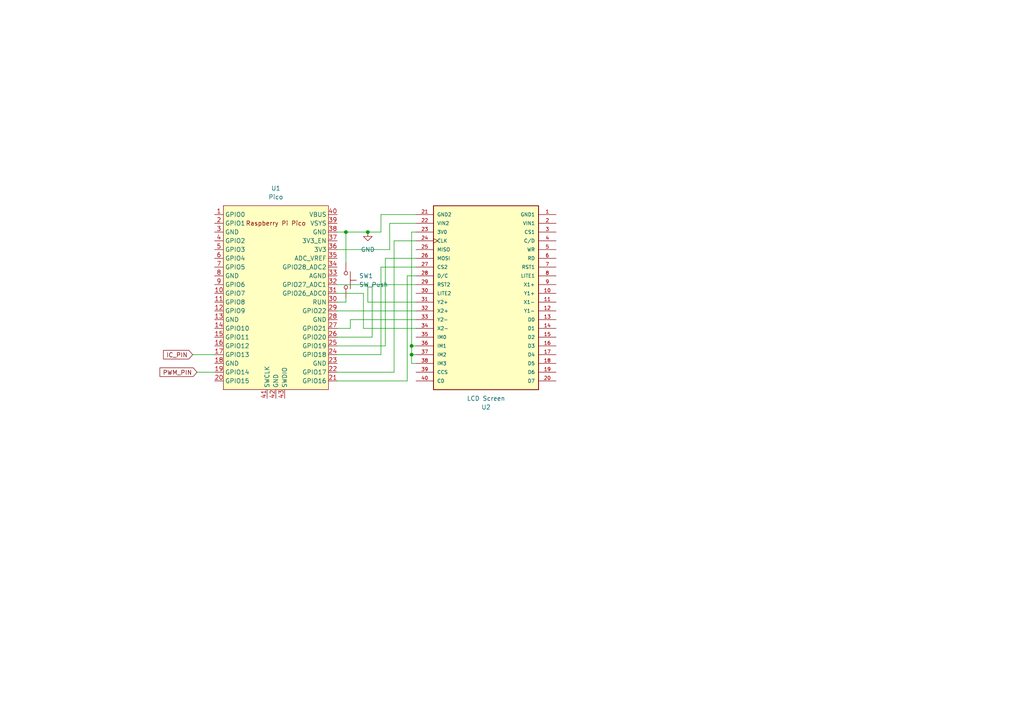
<source format=kicad_sch>
(kicad_sch (version 20230121) (generator eeschema)
  (paper "A4")
  (lib_symbols
    (symbol "2478:2478" (pin_names (offset 1.016))
      (property "Reference" "U" (at -15.2631 28.6183 0))
      (property "Value" "2478" (at -15.262 -27.9803 0))
      (symbol "2478_0_0"
        (rectangle (start -15.24 -25.4) (end 15.24 27.94) (stroke (width 0.254)) (fill (type background)))
        (pin power_in line (at -20.32 25.4 0) (length 5.08) (name "GND1") (number "1"))
        (pin output line (at -20.32 2.54 0) (length 5.08) (name "Y1+") (number "10"))
        (pin output line (at -20.32 0 0) (length 5.08) (name "X1-") (number "11"))
        (pin output line (at -20.32 -2.54 0) (length 5.08) (name "Y1-") (number "12"))
        (pin bidirectional line (at -20.32 -5.08 0) (length 5.08) (name "D0") (number "13"))
        (pin bidirectional line (at -20.32 -7.62 0) (length 5.08) (name "D1") (number "14"))
        (pin bidirectional line (at -20.32 -10.16 0) (length 5.08) (name "D2") (number "15"))
        (pin bidirectional line (at -20.32 -12.7 0) (length 5.08) (name "D3") (number "16"))
        (pin bidirectional line (at -20.32 -15.24 0) (length 5.08) (name "D4") (number "17"))
        (pin bidirectional line (at -20.32 -17.78 0) (length 5.08) (name "D5") (number "18"))
        (pin bidirectional line (at -20.32 -20.32 0) (length 5.08) (name "D6") (number "19"))
        (pin power_in line (at -20.32 22.86 0) (length 5.08) (name "VIN1") (number "2"))
        (pin bidirectional line (at -20.32 -22.86 0) (length 5.08) (name "D7") (number "20"))
        (pin power_in line (at 20.32 25.4 180) (length 5.08) (name "GND2") (number "21"))
        (pin power_in line (at 20.32 22.86 180) (length 5.08) (name "VIN2") (number "22"))
        (pin output line (at 20.32 20.32 180) (length 5.08) (name "3V0") (number "23"))
        (pin input clock (at 20.32 17.78 180) (length 5.08) (name "CLK") (number "24"))
        (pin output line (at 20.32 15.24 180) (length 5.08) (name "MISO") (number "25"))
        (pin input line (at 20.32 12.7 180) (length 5.08) (name "MOSI") (number "26"))
        (pin input line (at 20.32 10.16 180) (length 5.08) (name "CS2") (number "27"))
        (pin input line (at 20.32 7.62 180) (length 5.08) (name "D/C") (number "28"))
        (pin input line (at 20.32 5.08 180) (length 5.08) (name "RST2") (number "29"))
        (pin input line (at -20.32 20.32 0) (length 5.08) (name "CS1") (number "3"))
        (pin input line (at 20.32 2.54 180) (length 5.08) (name "LITE2") (number "30"))
        (pin output line (at 20.32 0 180) (length 5.08) (name "Y2+") (number "31"))
        (pin output line (at 20.32 -2.54 180) (length 5.08) (name "X2+") (number "32"))
        (pin output line (at 20.32 -5.08 180) (length 5.08) (name "Y2-") (number "33"))
        (pin output line (at 20.32 -7.62 180) (length 5.08) (name "X2-") (number "34"))
        (pin input line (at 20.32 -10.16 180) (length 5.08) (name "IM0") (number "35"))
        (pin input line (at 20.32 -12.7 180) (length 5.08) (name "IM1") (number "36"))
        (pin input line (at 20.32 -15.24 180) (length 5.08) (name "IM2") (number "37"))
        (pin input line (at 20.32 -17.78 180) (length 5.08) (name "IM3") (number "38"))
        (pin input line (at 20.32 -20.32 180) (length 5.08) (name "CCS") (number "39"))
        (pin input line (at -20.32 17.78 0) (length 5.08) (name "C/D") (number "4"))
        (pin output line (at 20.32 -22.86 180) (length 5.08) (name "CD") (number "40"))
        (pin input line (at -20.32 15.24 0) (length 5.08) (name "WR") (number "5"))
        (pin input line (at -20.32 12.7 0) (length 5.08) (name "RD") (number "6"))
        (pin input line (at -20.32 10.16 0) (length 5.08) (name "RST1") (number "7"))
        (pin input line (at -20.32 7.62 0) (length 5.08) (name "LITE1") (number "8"))
        (pin output line (at -20.32 5.08 0) (length 5.08) (name "X1+") (number "9"))
      )
    )
    (symbol "MCU_RaspberryPi_and_Boards:Pico"
      (property "Reference" "U" (at -13.97 27.94 0))
      (property "Value" "Pico" (at 0 19.05 0))
      (symbol "Pico_0_0"
        (text "Raspberry Pi Pico" (at 0 21.59 0) (effects (font (size 1.27 1.27))))
      )
      (symbol "Pico_0_1"
        (rectangle (start -15.24 26.67) (end 15.24 -26.67) (fill (type background)))
      )
      (symbol "Pico_1_1"
        (pin bidirectional line (at -17.78 24.13 0) (length 2.54) (name "GPIO0") (number "1"))
        (pin bidirectional line (at -17.78 1.27 0) (length 2.54) (name "GPIO7") (number "10"))
        (pin bidirectional line (at -17.78 -1.27 0) (length 2.54) (name "GPIO8") (number "11"))
        (pin bidirectional line (at -17.78 -3.81 0) (length 2.54) (name "GPIO9") (number "12"))
        (pin power_in line (at -17.78 -6.35 0) (length 2.54) (name "GND") (number "13"))
        (pin bidirectional line (at -17.78 -8.89 0) (length 2.54) (name "GPIO10") (number "14"))
        (pin bidirectional line (at -17.78 -11.43 0) (length 2.54) (name "GPIO11") (number "15"))
        (pin bidirectional line (at -17.78 -13.97 0) (length 2.54) (name "GPIO12") (number "16"))
        (pin bidirectional line (at -17.78 -16.51 0) (length 2.54) (name "GPIO13") (number "17"))
        (pin power_in line (at -17.78 -19.05 0) (length 2.54) (name "GND") (number "18"))
        (pin bidirectional line (at -17.78 -21.59 0) (length 2.54) (name "GPIO14") (number "19"))
        (pin bidirectional line (at -17.78 21.59 0) (length 2.54) (name "GPIO1") (number "2"))
        (pin bidirectional line (at -17.78 -24.13 0) (length 2.54) (name "GPIO15") (number "20"))
        (pin bidirectional line (at 17.78 -24.13 180) (length 2.54) (name "GPIO16") (number "21"))
        (pin bidirectional line (at 17.78 -21.59 180) (length 2.54) (name "GPIO17") (number "22"))
        (pin power_in line (at 17.78 -19.05 180) (length 2.54) (name "GND") (number "23"))
        (pin bidirectional line (at 17.78 -16.51 180) (length 2.54) (name "GPIO18") (number "24"))
        (pin bidirectional line (at 17.78 -13.97 180) (length 2.54) (name "GPIO19") (number "25"))
        (pin bidirectional line (at 17.78 -11.43 180) (length 2.54) (name "GPIO20") (number "26"))
        (pin bidirectional line (at 17.78 -8.89 180) (length 2.54) (name "GPIO21") (number "27"))
        (pin power_in line (at 17.78 -6.35 180) (length 2.54) (name "GND") (number "28"))
        (pin bidirectional line (at 17.78 -3.81 180) (length 2.54) (name "GPIO22") (number "29"))
        (pin power_in line (at -17.78 19.05 0) (length 2.54) (name "GND") (number "3"))
        (pin input line (at 17.78 -1.27 180) (length 2.54) (name "RUN") (number "30"))
        (pin bidirectional line (at 17.78 1.27 180) (length 2.54) (name "GPIO26_ADC0") (number "31"))
        (pin bidirectional line (at 17.78 3.81 180) (length 2.54) (name "GPIO27_ADC1") (number "32"))
        (pin power_in line (at 17.78 6.35 180) (length 2.54) (name "AGND") (number "33"))
        (pin bidirectional line (at 17.78 8.89 180) (length 2.54) (name "GPIO28_ADC2") (number "34"))
        (pin power_in line (at 17.78 11.43 180) (length 2.54) (name "ADC_VREF") (number "35"))
        (pin power_in line (at 17.78 13.97 180) (length 2.54) (name "3V3") (number "36"))
        (pin input line (at 17.78 16.51 180) (length 2.54) (name "3V3_EN") (number "37"))
        (pin bidirectional line (at 17.78 19.05 180) (length 2.54) (name "GND") (number "38"))
        (pin power_in line (at 17.78 21.59 180) (length 2.54) (name "VSYS") (number "39"))
        (pin bidirectional line (at -17.78 16.51 0) (length 2.54) (name "GPIO2") (number "4"))
        (pin power_in line (at 17.78 24.13 180) (length 2.54) (name "VBUS") (number "40"))
        (pin input line (at -2.54 -29.21 90) (length 2.54) (name "SWCLK") (number "41"))
        (pin power_in line (at 0 -29.21 90) (length 2.54) (name "GND") (number "42"))
        (pin bidirectional line (at 2.54 -29.21 90) (length 2.54) (name "SWDIO") (number "43"))
        (pin bidirectional line (at -17.78 13.97 0) (length 2.54) (name "GPIO3") (number "5"))
        (pin bidirectional line (at -17.78 11.43 0) (length 2.54) (name "GPIO4") (number "6"))
        (pin bidirectional line (at -17.78 8.89 0) (length 2.54) (name "GPIO5") (number "7"))
        (pin power_in line (at -17.78 6.35 0) (length 2.54) (name "GND") (number "8"))
        (pin bidirectional line (at -17.78 3.81 0) (length 2.54) (name "GPIO6") (number "9"))
      )
    )
    (symbol "Switch:SW_Push" (pin_numbers hide) (pin_names (offset 1.016) hide)
      (property "Reference" "SW" (at 1.27 2.54 0))
      (property "Value" "SW_Push" (at 0 -1.524 0))
      (symbol "SW_Push_0_1"
        (circle (center -2.032 0) (radius 0.508))
        (polyline (pts (xy 0 1.27) (xy 0 3.048)))
        (polyline (pts (xy 2.54 1.27) (xy -2.54 1.27)))
        (circle (center 2.032 0) (radius 0.508))
        (pin passive line (at -5.08 0 0) (length 2.54) (name "1") (number "1"))
        (pin passive line (at 5.08 0 180) (length 2.54) (name "2") (number "2"))
      )
    )
    (symbol "power:GND" (power) (pin_names (offset 0))
      (property "Value" "GND" (at 0 -3.81 0))
      (symbol "GND_0_1"
        (polyline (pts (xy 0 0) (xy 0 -1.27) (xy 1.27 -1.27) (xy 0 -2.54) (xy -1.27 -1.27) (xy 0 -1.27)))
      )
      (symbol "GND_1_1"
        (pin power_in line (at 0 0 270) (length 0) hide (name "GND") (number "1"))
      )
    )
  )
  (junction (at 119.38 100.33))
  (junction (at 100.33 67.31))
  (junction (at 119.38 102.87))
  (junction (at 106.68 67.31))
  (wire (pts (xy 114.3 69.85) (xy 120.65 69.85)))
  (wire (pts (xy 119.38 102.87) (xy 119.38 105.41)))
  (wire (pts (xy 120.65 105.41) (xy 119.38 105.41)))
  (wire (pts (xy 119.38 100.33) (xy 119.38 102.87)))
  (wire (pts (xy 100.33 87.63) (xy 97.79 87.63)))
  (wire (pts (xy 97.79 90.17) (xy 120.65 90.17)))
  (wire (pts (xy 120.65 92.71) (xy 101.6 92.71)))
  (wire (pts (xy 107.95 97.79) (xy 107.95 82.55)))
  (wire (pts (xy 97.79 100.33) (xy 111.76 100.33)))
  (wire (pts (xy 111.76 100.33) (xy 111.76 74.93)))
  (wire (pts (xy 106.68 82.55) (xy 97.79 82.55)))
  (wire (pts (xy 119.38 67.31) (xy 120.65 67.31)))
  (wire (pts (xy 119.38 67.31) (xy 119.38 100.33)))
  (wire (pts (xy 113.03 64.77) (xy 113.03 72.39)))
  (wire (pts (xy 114.3 107.95) (xy 114.3 69.85)))
  (wire (pts (xy 120.65 102.87) (xy 119.38 102.87)))
  (wire (pts (xy 113.03 64.77) (xy 120.65 64.77)))
  (wire (pts (xy 100.33 67.31) (xy 106.68 67.31)))
  (wire (pts (xy 105.41 95.25) (xy 120.65 95.25)))
  (wire (pts (xy 57.15 107.95) (xy 62.23 107.95)))
  (wire (pts (xy 97.79 110.49) (xy 118.11 110.49)))
  (wire (pts (xy 97.79 85.09) (xy 105.41 85.09)))
  (wire (pts (xy 110.49 67.31) (xy 110.49 62.23)))
  (wire (pts (xy 97.79 67.31) (xy 100.33 67.31)))
  (wire (pts (xy 97.79 97.79) (xy 107.95 97.79)))
  (wire (pts (xy 97.79 107.95) (xy 114.3 107.95)))
  (wire (pts (xy 100.33 67.31) (xy 100.33 76.2)))
  (wire (pts (xy 97.79 102.87) (xy 110.49 102.87)))
  (wire (pts (xy 106.68 67.31) (xy 110.49 67.31)))
  (wire (pts (xy 110.49 102.87) (xy 110.49 77.47)))
  (wire (pts (xy 101.6 92.71) (xy 101.6 95.25)))
  (wire (pts (xy 105.41 85.09) (xy 105.41 95.25)))
  (wire (pts (xy 55.88 102.87) (xy 62.23 102.87)))
  (wire (pts (xy 118.11 80.01) (xy 120.65 80.01)))
  (wire (pts (xy 120.65 87.63) (xy 106.68 87.63)))
  (wire (pts (xy 119.38 100.33) (xy 120.65 100.33)))
  (wire (pts (xy 101.6 95.25) (xy 97.79 95.25)))
  (wire (pts (xy 106.68 87.63) (xy 106.68 82.55)))
  (wire (pts (xy 118.11 110.49) (xy 118.11 80.01)))
  (wire (pts (xy 110.49 62.23) (xy 120.65 62.23)))
  (wire (pts (xy 110.49 77.47) (xy 120.65 77.47)))
  (wire (pts (xy 113.03 72.39) (xy 97.79 72.39)))
  (wire (pts (xy 100.33 86.36) (xy 100.33 87.63)))
  (wire (pts (xy 107.95 82.55) (xy 120.65 82.55)))
  (wire (pts (xy 111.76 74.93) (xy 120.65 74.93)))
  (global_label "PWM_PIN" (shape input) (at 57.15 107.95 180) (property "Intersheetrefs" "${INTERSHEET_REFS}" (effects hide)))
  (global_label "IC_PIN" (shape input) (at 55.88 102.87 180) (property "Intersheetrefs" "${INTERSHEET_REFS}" (effects hide)))
  (symbol (lib_id "MCU_RaspberryPi_and_Boards:Pico") (at 80.01 86.36 0) (unit 1)
    (property "Reference" "U1" (at 80.01 54.61 0))
    (property "Value" "Pico" (at 80.01 57.15 0))
    (property "Footprint" "RPi_Pico:RPi_Pico_SMD_TH" (effects hide))
  )
  (symbol (lib_id "power:GND") (at 106.68 67.31 0) (unit 1)
    (property "Reference" "#PWR01" (effects hide))
    (property "Value" "GND" (at 106.68 72.39 0))
  )
  (symbol (lib_id "Switch:SW_Push") (at 100.33 81.28 270) (unit 1)
    (property "Reference" "SW1" (at 104.14 80.01 90) (effects (justify left)))
    (property "Value" "SW_Push" (at 104.14 82.55 90) (effects (justify left)))
  )
  (symbol (lib_id "2478:2478") (at 140.97 87.63 0) (mirror y) (unit 1)
    (property "Reference" "U2" (at 140.97 118.11 0))
    (property "Value" "LCD Screen" (at 140.97 115.57 0))
    (property "Footprint" "ADAFRUIT_2478" (effects hide))
    (property "MANUFACTURER" "Adafruit Industries LLC" (effects hide))
  )
)
</source>
